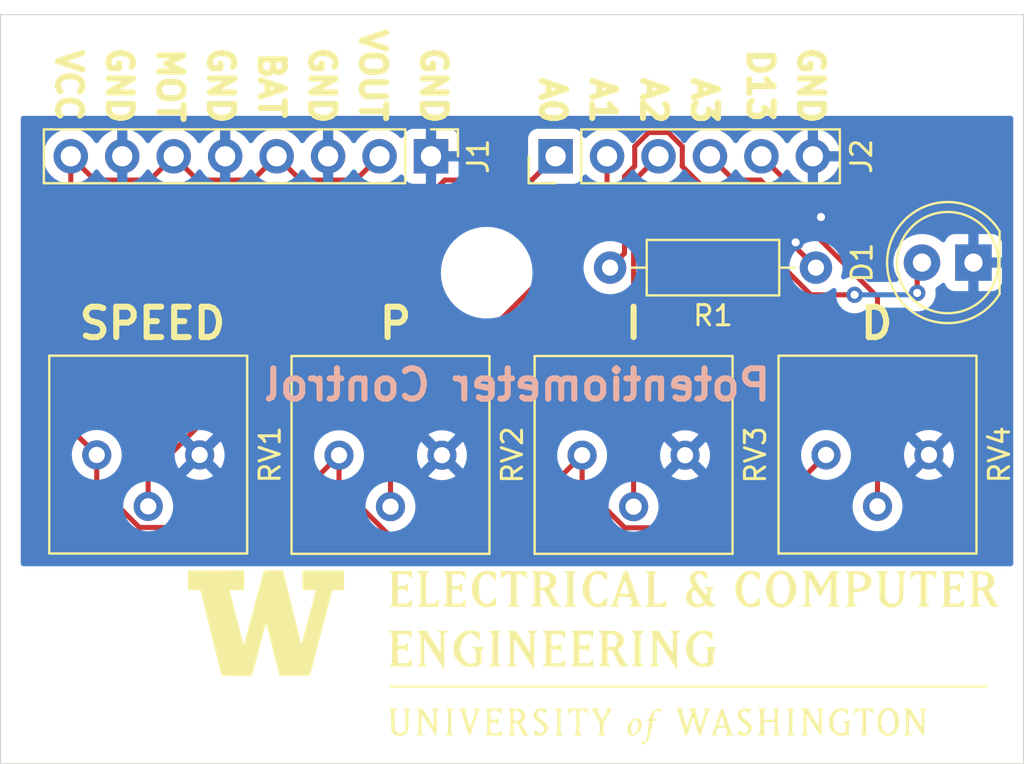
<source format=kicad_pcb>
(kicad_pcb (version 20211014) (generator pcbnew)
  (layers (0 "F.Cu" signal) (31 "B.Cu" signal) (34 "B.Paste" user) (35 "F.Paste" user) (36 "B.SilkS" user "B.Silkscreen") (37 "F.SilkS" user "F.Silkscreen") (38 "B.Mask" user) (39 "F.Mask" user) (44 "Edge.Cuts" user))
  (net 0 "")
  (net 1 "GND")
  (net 2 "/A0")
  (net 3 "/A1")
  (net 4 "/A2")
  (net 5 "/A3")
  (net 6 "Net-(D1-Pad2)")
  (net 7 "+5V")
  (net 8 "/D13")
  (footprint ".pretty:blackecesmall" (layer "F.Cu") (at 119 77.5)
    (fp_text reference "G***" hide)
    (fp_text value "LOGO" hide)
  )
  (footprint "MountingHole:MountingHole_3.5mm" (layer "F.Cu") (at 113.75 58.5)
    (fp_text reference "REF**" hide)
    (fp_text value "MountingHole_3.5mm")
    (pad "" np_thru_hole circle locked (at 0 0) (size 3.5 3.5) (drill 3.5) (layers *.Cu *.Mask))
  )
  (footprint "LED_THT:LED_D5.0mm" (layer "F.Cu") (at 137.775 58 180)
    (fp_text reference "D1" (at 5.5 0 90) (layer "F.SilkS"))
    (fp_text value "LED")
    (pad "1" thru_hole rect locked (at 0 0 180) (size 1.8 1.8) (drill 0.9) (layers *.Cu *.Mask) (net 1 "GND"))
    (pad "2" thru_hole circle locked (at 2.54 0 180) (size 1.8 1.8) (drill 0.9) (layers *.Cu *.Mask) (net 6 "Net-(D1-Pad2)"))
  )
  (footprint "Potentiometer_THT:Potentiometer_Bourns_3386P_Vertical" (layer "F.Cu") (at 94.5 67.5 -90)
    (fp_text reference "RV1" (at -0.015 -8.555 90) (layer "F.SilkS"))
    (fp_text value "10k")
    (pad "1" thru_hole circle locked (at 0 0 270) (size 1.44 1.44) (drill 0.8) (layers *.Cu *.Mask) (net 7 "+5V"))
    (pad "2" thru_hole circle locked (at 2.54 -2.54 270) (size 1.44 1.44) (drill 0.8) (layers *.Cu *.Mask) (net 2 "/A0"))
    (pad "3" thru_hole circle locked (at 0 -5.08 270) (size 1.44 1.44) (drill 0.8) (layers *.Cu *.Mask) (net 1 "GND"))
  )
  (footprint "Potentiometer_THT:Potentiometer_Bourns_3386P_Vertical" (layer "F.Cu") (at 130.5 67.5 -90)
    (fp_text reference "RV4" (at -0.015 -8.555 90) (layer "F.SilkS"))
    (fp_text value "10k")
    (pad "1" thru_hole circle locked (at 0 0 270) (size 1.44 1.44) (drill 0.8) (layers *.Cu *.Mask) (net 7 "+5V"))
    (pad "2" thru_hole circle locked (at 2.54 -2.54 270) (size 1.44 1.44) (drill 0.8) (layers *.Cu *.Mask) (net 5 "/A3"))
    (pad "3" thru_hole circle locked (at 0 -5.08 270) (size 1.44 1.44) (drill 0.8) (layers *.Cu *.Mask) (net 1 "GND"))
  )
  (footprint "Resistor_THT:R_Axial_DIN0207_L6.3mm_D2.5mm_P10.16mm_Horizontal" (layer "F.Cu") (at 130 58.25 180)
    (fp_text reference "R1" (at 5.08 -2.37) (layer "F.SilkS"))
    (fp_text value "330")
    (pad "1" thru_hole circle locked (at 0 0 180) (size 1.6 1.6) (drill 0.8) (layers *.Cu *.Mask) (net 8 "/D13"))
    (pad "2" thru_hole oval locked (at 10.16 0 180) (size 1.6 1.6) (drill 0.8) (layers *.Cu *.Mask) (net 6 "Net-(D1-Pad2)"))
  )
  (footprint "Connector_PinHeader_2.54mm:PinHeader_1x08_P2.54mm_Vertical" (layer "F.Cu") (at 111 52.75 -90)
    (fp_text reference "J1" (at 0 -2.33 90) (layer "F.SilkS"))
    (fp_text value "Conn_01x08_Male")
    (pad "1" thru_hole rect locked (at 0 0 270) (size 1.7 1.7) (drill 1) (layers *.Cu *.Mask) (net 1 "GND"))
    (pad "2" thru_hole oval locked (at 0 2.54 270) (size 1.7 1.7) (drill 1) (layers *.Cu *.Mask) (net 7 "+5V"))
    (pad "3" thru_hole oval locked (at 0 5.08 270) (size 1.7 1.7) (drill 1) (layers *.Cu *.Mask) (net 1 "GND"))
    (pad "4" thru_hole oval locked (at 0 7.62 270) (size 1.7 1.7) (drill 1) (layers *.Cu *.Mask) (net 7 "+5V"))
    (pad "5" thru_hole oval locked (at 0 10.16 270) (size 1.7 1.7) (drill 1) (layers *.Cu *.Mask) (net 1 "GND"))
    (pad "6" thru_hole oval locked (at 0 12.7 270) (size 1.7 1.7) (drill 1) (layers *.Cu *.Mask) (net 7 "+5V"))
    (pad "7" thru_hole oval locked (at 0 15.24 270) (size 1.7 1.7) (drill 1) (layers *.Cu *.Mask) (net 1 "GND"))
    (pad "8" thru_hole oval locked (at 0 17.78 270) (size 1.7 1.7) (drill 1) (layers *.Cu *.Mask) (net 7 "+5V"))
  )
  (footprint "Potentiometer_THT:Potentiometer_Bourns_3386P_Vertical" (layer "F.Cu") (at 118.46 67.515 -90)
    (fp_text reference "RV3" (at -0.015 -8.555 90) (layer "F.SilkS"))
    (fp_text value "10k")
    (pad "1" thru_hole circle locked (at 0 0 270) (size 1.44 1.44) (drill 0.8) (layers *.Cu *.Mask) (net 7 "+5V"))
    (pad "2" thru_hole circle locked (at 2.54 -2.54 270) (size 1.44 1.44) (drill 0.8) (layers *.Cu *.Mask) (net 4 "/A2"))
    (pad "3" thru_hole circle locked (at 0 -5.08 270) (size 1.44 1.44) (drill 0.8) (layers *.Cu *.Mask) (net 1 "GND"))
  )
  (footprint "Connector_PinHeader_2.54mm:PinHeader_1x06_P2.54mm_Vertical" (layer "F.Cu") (at 117.15 52.75 90)
    (fp_text reference "J2" (at 0 15.1 90) (layer "F.SilkS"))
    (fp_text value "Conn_01x06_Female")
    (pad "1" thru_hole rect locked (at 0 0 90) (size 1.7 1.7) (drill 1) (layers *.Cu *.Mask) (net 2 "/A0"))
    (pad "2" thru_hole oval locked (at 0 2.54 90) (size 1.7 1.7) (drill 1) (layers *.Cu *.Mask) (net 3 "/A1"))
    (pad "3" thru_hole oval locked (at 0 5.08 90) (size 1.7 1.7) (drill 1) (layers *.Cu *.Mask) (net 4 "/A2"))
    (pad "4" thru_hole oval locked (at 0 7.62 90) (size 1.7 1.7) (drill 1) (layers *.Cu *.Mask) (net 5 "/A3"))
    (pad "5" thru_hole oval locked (at 0 10.16 90) (size 1.7 1.7) (drill 1) (layers *.Cu *.Mask) (net 8 "/D13"))
    (pad "6" thru_hole oval locked (at 0 12.7 90) (size 1.7 1.7) (drill 1) (layers *.Cu *.Mask) (net 1 "GND"))
  )
  (footprint "Potentiometer_THT:Potentiometer_Bourns_3386P_Vertical" (layer "F.Cu") (at 106.46 67.515 -90)
    (fp_text reference "RV2" (at -0.015 -8.555 90) (layer "F.SilkS"))
    (fp_text value "10k")
    (pad "1" thru_hole circle locked (at 0 0 270) (size 1.44 1.44) (drill 0.8) (layers *.Cu *.Mask) (net 7 "+5V"))
    (pad "2" thru_hole circle locked (at 2.54 -2.54 270) (size 1.44 1.44) (drill 0.8) (layers *.Cu *.Mask) (net 3 "/A1"))
    (pad "3" thru_hole circle locked (at 0 -5.08 270) (size 1.44 1.44) (drill 0.8) (layers *.Cu *.Mask) (net 1 "GND"))
  )
  (gr_poly (pts (xy 140.25 82.75) (xy 89.75 82.75) (xy 89.75 45.75) (xy 140.25 45.75)) (layer "Edge.Cuts") (width 0.05) (fill none))
  (gr_text "Potentiometer Control\n\n" (at 115.25 65.25) (layer "B.SilkS") (effects (font (size 1.5 1.5) (thickness 0.3)) (justify mirror)))
  (gr_text "I" (at 121 61) (layer "F.SilkS") (effects (font (size 1.5 1.5) (thickness 0.3))))
  (gr_text "GND" (at 129.75 49.25 270) (layer "F.SilkS") (effects (font (size 1.2 1.2) (thickness 0.3))))
  (gr_text "VCC\n" (at 93.125 49.25 270) (layer "F.SilkS") (effects (font (size 1.2 1.2) (thickness 0.3))))
  (gr_text "GND\n" (at 100.625 49.25 270) (layer "F.SilkS") (effects (font (size 1.2 1.2) (thickness 0.3))))
  (gr_text "GND" (at 111.125 49.25 270) (layer "F.SilkS") (effects (font (size 1.2 1.2) (thickness 0.3))))
  (gr_text "A2\n" (at 122 50 270) (layer "F.SilkS") (effects (font (size 1.2 1.2) (thickness 0.3))))
  (gr_text "D" (at 133 61) (layer "F.SilkS") (effects (font (size 1.5 1.5) (thickness 0.3))))
  (gr_text "GND\n" (at 105.625 49.25 270) (layer "F.SilkS") (effects (font (size 1.2 1.2) (thickness 0.3))))
  (gr_text "A3" (at 124.5 50 270) (layer "F.SilkS") (effects (font (size 1.2 1.2) (thickness 0.3))))
  (gr_text "GND\n" (at 95.625 49.25 270) (layer "F.SilkS") (effects (font (size 1.2 1.2) (thickness 0.3))))
  (gr_text "A1" (at 119.5 50 270) (layer "F.SilkS") (effects (font (size 1.2 1.2) (thickness 0.3))))
  (gr_text "D13\n" (at 127.25 49.25 270) (layer "F.SilkS") (effects (font (size 1.2 1.2) (thickness 0.3))))
  (gr_text "P" (at 109.25 61) (layer "F.SilkS") (effects (font (size 1.5 1.5) (thickness 0.3))))
  (gr_text "MOT" (at 98.125 49.25 270) (layer "F.SilkS") (effects (font (size 1.2 1.2) (thickness 0.3))))
  (gr_text "A0" (at 117 50 270) (layer "F.SilkS") (effects (font (size 1.2 1.2) (thickness 0.3))))
  (gr_text "VOUT\n" (at 108.125 48.75 270) (layer "F.SilkS") (effects (font (size 1.2 1.2) (thickness 0.3))))
  (gr_text "SPEED" (at 97.25 61) (layer "F.SilkS") (effects (font (size 1.5 1.5) (thickness 0.3))))
  (gr_text "BAT" (at 103.125 49.25 270) (layer "F.SilkS") (effects (font (size 1.2 1.2) (thickness 0.3))))
  (segment (start 97.04 68.562837) (end 111.678326 53.924511) (width 0.25) (layer "F.Cu") (net 2))
  (segment (start 115.975489 53.924511) (end 117.15 52.75) (width 0.25) (layer "F.Cu") (net 2))
  (segment (start 111.678326 53.924511) (end 115.975489 53.924511) (width 0.25) (layer "F.Cu") (net 2))
  (segment (start 97.04 70.04) (end 97.04 68.562837) (width 0.25) (layer "F.Cu") (net 2))
  (segment (start 109 66.254527) (end 119.69 55.564527) (width 0.25) (layer "F.Cu") (net 3))
  (segment (start 109 70.055) (end 109 66.254527) (width 0.25) (layer "F.Cu") (net 3))
  (segment (start 119.69 55.564527) (end 119.69 52.75) (width 0.25) (layer "F.Cu") (net 3))
  (segment (start 121 53.98) (end 122.23 52.75) (width 0.25) (layer "F.Cu") (net 4))
  (segment (start 121 70.055) (end 121 53.98) (width 0.25) (layer "F.Cu") (net 4))
  (segment (start 133.04 59.6997) (end 127.264811 53.924511) (width 0.25) (layer "F.Cu") (net 5))
  (segment (start 127.264811 53.924511) (end 125.944511 53.924511) (width 0.25) (layer "F.Cu") (net 5))
  (segment (start 125.944511 53.924511) (end 124.77 52.75) (width 0.25) (layer "F.Cu") (net 5))
  (segment (start 133.04 70.04) (end 133.04 59.6997) (width 0.25) (layer "F.Cu") (net 5))
  (segment (start 121.055489 53.236499) (end 121.055489 52.263501) (width 0.25) (layer "F.Cu") (net 6))
  (segment (start 135 59.5) (end 135 58.235) (width 0.25) (layer "F.Cu") (net 6))
  (segment (start 123.404511 53.244811) (end 129.751849 59.592149) (width 0.25) (layer "F.Cu") (net 6))
  (segment (start 123.404511 52.263501) (end 123.404511 53.244811) (width 0.25) (layer "F.Cu") (net 6))
  (segment (start 122.716499 51.575489) (end 123.404511 52.263501) (width 0.25) (layer "F.Cu") (net 6))
  (segment (start 129.751849 59.592149) (end 131.907851 59.592149) (width 0.25) (layer "F.Cu") (net 6))
  (segment (start 121.055489 52.263501) (end 121.743501 51.575489) (width 0.25) (layer "F.Cu") (net 6))
  (segment (start 121.743501 51.575489) (end 122.716499 51.575489) (width 0.25) (layer "F.Cu") (net 6))
  (segment (start 135 58.235) (end 135.235 58) (width 0.25) (layer "F.Cu") (net 6))
  (segment (start 120.55048 57.53952) (end 120.55048 53.741508) (width 0.25) (layer "F.Cu") (net 6))
  (segment (start 119.84 58.25) (end 120.55048 57.53952) (width 0.25) (layer "F.Cu") (net 6))
  (segment (start 120.55048 53.741508) (end 121.055489 53.236499) (width 0.25) (layer "F.Cu") (net 6))
  (via (at 131.907851 59.592149) (size 0.8) (drill 0.4) (layers "F.Cu" "B.Cu") (net 6))
  (via (at 135 59.5) (size 0.8) (drill 0.4) (layers "F.Cu" "B.Cu") (net 6))
  (segment (start 134.907851 59.592149) (end 135 59.5) (width 0.25) (layer "B.Cu") (net 6))
  (segment (start 131.907851 59.592149) (end 134.907851 59.592149) (width 0.25) (layer "B.Cu") (net 6))
  (segment (start 96.607348 71.084511) (end 102.890489 71.084511) (width 0.25) (layer "F.Cu") (net 7))
  (segment (start 93.22 52.75) (end 94.394511 53.924511) (width 0.25) (layer "F.Cu") (net 7))
  (segment (start 94.394511 53.924511) (end 97.125489 53.924511) (width 0.25) (layer "F.Cu") (net 7))
  (segment (start 108.967837 71.5) (end 114.475 71.5) (width 0.25) (layer "F.Cu") (net 7))
  (segment (start 103.38 52.75) (end 104.554511 53.924511) (width 0.25) (layer "F.Cu") (net 7))
  (segment (start 104.554511 53.924511) (end 107.285489 53.924511) (width 0.25) (layer "F.Cu") (net 7))
  (segment (start 94.5 68.977163) (end 96.607348 71.084511) (width 0.25) (layer "F.Cu") (net 7))
  (segment (start 118.46 67.515) (end 118.46 68.992163) (width 0.25) (layer "F.Cu") (net 7))
  (segment (start 94.5 67.5) (end 94.5 68.977163) (width 0.25) (layer "F.Cu") (net 7))
  (segment (start 97.125489 53.924511) (end 98.3 52.75) (width 0.25) (layer "F.Cu") (net 7))
  (segment (start 102.205489 53.924511) (end 103.38 52.75) (width 0.25) (layer "F.Cu") (net 7))
  (segment (start 126.900489 71.099511) (end 130.5 67.5) (width 0.25) (layer "F.Cu") (net 7))
  (segment (start 114.475 71.5) (end 118.46 67.515) (width 0.25) (layer "F.Cu") (net 7))
  (segment (start 106.46 67.515) (end 106.46 68.992163) (width 0.25) (layer "F.Cu") (net 7))
  (segment (start 106.46 68.992163) (end 108.967837 71.5) (width 0.25) (layer "F.Cu") (net 7))
  (segment (start 93.22 52.75) (end 93.22 66.22) (width 0.25) (layer "F.Cu") (net 7))
  (segment (start 118.46 68.992163) (end 120.567348 71.099511) (width 0.25) (layer "F.Cu") (net 7))
  (segment (start 107.285489 53.924511) (end 108.46 52.75) (width 0.25) (layer "F.Cu") (net 7))
  (segment (start 120.567348 71.099511) (end 126.900489 71.099511) (width 0.25) (layer "F.Cu") (net 7))
  (segment (start 102.890489 71.084511) (end 106.46 67.515) (width 0.25) (layer "F.Cu") (net 7))
  (segment (start 93.22 66.22) (end 94.5 67.5) (width 0.25) (layer "F.Cu") (net 7))
  (segment (start 99.474511 53.924511) (end 102.205489 53.924511) (width 0.25) (layer "F.Cu") (net 7))
  (segment (start 98.3 52.75) (end 99.474511 53.924511) (width 0.25) (layer "F.Cu") (net 7))
  (segment (start 130.25 55.69) (end 130.25 55.75) (width 0.25) (layer "F.Cu") (net 8))
  (segment (start 127.31 52.75) (end 130.25 55.69) (width 0.25) (layer "F.Cu") (net 8))
  (segment (start 129 57.25) (end 130 58.25) (width 0.25) (layer "F.Cu") (net 8))
  (segment (start 129 57) (end 129 57.25) (width 0.25) (layer "F.Cu") (net 8))
  (via (at 130.25 55.75) (size 0.8) (drill 0.4) (layers "F.Cu" "B.Cu") (net 8))
  (via (at 129 57) (size 0.8) (drill 0.4) (layers "F.Cu" "B.Cu") (net 8))
  (segment (start 130.25 55.75) (end 129 57) (width 0.25) (layer "B.Cu") (net 8))
  (zone (net 1) (net_name "GND") (layer "B.Cu") (connect_pads (clearance 0.508)) (min_thickness 0.254) (fill yes (thermal_gap 0.508) (thermal_bridge_width 0.508))
    (polygon (pts (xy 139.75 73) (xy 90.75 73) (xy 90.75 50.75) (xy 139.75 50.75)))
  )
)
</source>
